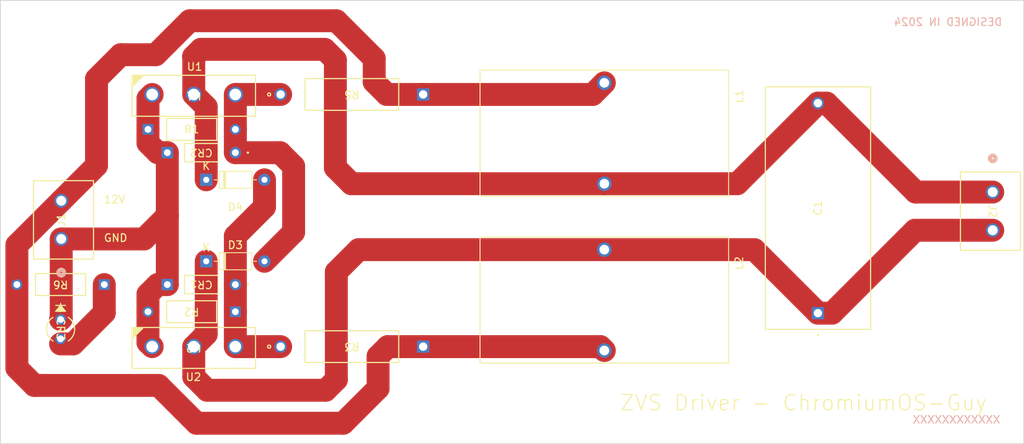
<source format=kicad_pcb>
(kicad_pcb (version 20221018) (generator pcbnew)
  (title_block (title "ZVS-PCB") (comment 1 "A ZVS Driver - PCB"))
  (layers (0 "F.Cu" signal) (31 "B.Cu" signal) (34 "B.Paste" user) (35 "F.Paste" user) (36 "B.SilkS" user "B.Silkscreen") (37 "F.SilkS" user "F.Silkscreen") (38 "B.Mask" user) (39 "F.Mask" user) (44 "Edge.Cuts" user))
  (net 0 "")
  (net 1 "Net-(D3-K)")
  (net 2 "Net-(D4-K)")
  (net 3 "Net-(D4-A)")
  (net 4 "GND")
  (net 5 "Net-(D3-A)")
  (net 6 "Net-(CR3-Pad2)")
  (net 7 "+12V")
  (footprint "IRFP260NPBF-foorprint:PG-TO247-3-46_INF" (layer "F.Cu") (at 119.38 101.6 180)
    (fp_text reference "U2" (at 5.439999 -0.1725 180 unlocked) (layer "F.SilkS"))
    (fp_text value "IRFP260NPBF")
    (fp_line (start -2.637201 -2.8522) (end 13.517199 -2.8522) (stroke (width 0.1524)) (layer "F.SilkS"))
    (fp_line (start -2.637201 2.5072) (end -2.637201 -2.8522) (stroke (width 0.1524)) (layer "F.SilkS"))
    (fp_line (start 13.517199 -2.8522) (end 13.517199 2.5072) (stroke (width 0.1524)) (layer "F.SilkS"))
    (fp_line (start 13.517199 2.5072) (end -2.637201 2.5072) (stroke (width 0.1524)) (layer "F.SilkS"))
    (fp_circle (center -4.415201 0) (end -4.212001 0) (stroke (width 0.1524)) (fill none) (layer "F.SilkS"))
    (pad "1" thru_hole circle (at 0 0 180) (size 2.032 2.032) (drill 1.524) (layers "*.Cu" "*.Mask") (net 3 "Net-(D4-A)"))
    (pad "2" thru_hole circle (at 5.439999 0 180) (size 2.032 2.032) (drill 1.524) (layers "*.Cu" "*.Mask") (net 1 "Net-(D3-K)"))
    (pad "3" thru_hole circle (at 10.879999 0 180) (size 2.032 2.032) (drill 1.524) (layers "*.Cu" "*.Mask") (net 4 "GND"))
  )
  (footprint "PR02000204700JR500:PR02_VIS" (layer "F.Cu") (at 143.939999 101.6 180)
    (fp_text reference "R3" (at 9.319999 0 180 unlocked) (layer "F.SilkS"))
    (fp_text value "PR02000204700JR500")
    (fp_line (start 3.193001 -2.077) (end 3.193001 2.077) (stroke (width 0.1524)) (layer "F.SilkS"))
    (fp_line (start 3.193001 2.077) (end 15.446997 2.077) (stroke (width 0.1524)) (layer "F.SilkS"))
    (fp_line (start 15.446997 -2.077) (end 3.193001 -2.077) (stroke (width 0.1524)) (layer "F.SilkS"))
    (fp_line (start 15.446997 2.077) (end 15.446997 -2.077) (stroke (width 0.1524)) (layer "F.SilkS"))
    (pad "1" thru_hole rect (at -0.000001 0 180) (size 1.592 1.592) (drill 1.0922) (layers "*.Cu" "*.Mask") (net 7 "+12V"))
    (pad "2" thru_hole circle (at 18.639999 0 180) (size 1.592 1.592) (drill 1.0922) (layers "*.Cu" "*.Mask") (net 3 "Net-(D4-A)"))
  )
  (footprint "HLMP-3601:HMLP_1&slash_3_AVA" (layer "F.Cu") (at 96.52 98.044 -90)
    (fp_text reference "CR3" (at 1.27 0 -90 unlocked) (layer "F.SilkS"))
    (fp_text value "HLMP-3601")
    (fp_line (start -1.8415 -0.635) (end -1.8415 0.635) (stroke (width 0.1524)) (layer "F.SilkS"))
    (fp_line (start -1.8415 0) (end -1.0795 -0.635) (stroke (width 0.1524)) (layer "F.SilkS"))
    (fp_line (start -1.8415 0) (end -1.0795 -0.508) (stroke (width 0.1524)) (layer "F.SilkS"))
    (fp_line (start -1.8415 0) (end -1.0795 -0.381) (stroke (width 0.1524)) (layer "F.SilkS"))
    (fp_line (start -1.8415 0) (end -1.0795 -0.254) (stroke (width 0.1524)) (layer "F.SilkS"))
    (fp_line (start -1.8415 0) (end -1.0795 -0.127) (stroke (width 0.1524)) (layer "F.SilkS"))
    (fp_line (start -1.8415 0) (end -1.0795 0.127) (stroke (width 0.1524)) (layer "F.SilkS"))
    (fp_line (start -1.8415 0) (end -1.0795 0.254) (stroke (width 0.1524)) (layer "F.SilkS"))
    (fp_line (start -1.8415 0) (end -1.0795 0.381) (stroke (width 0.1524)) (layer "F.SilkS"))
    (fp_line (start -1.8415 0) (end -1.0795 0.508) (stroke (width 0.1524)) (layer "F.SilkS"))
    (fp_line (start -1.8415 0) (end -1.0795 0.635) (stroke (width 0.1524)) (layer "F.SilkS"))
    (fp_line (start -1.0795 -0.635) (end -1.0795 0.635) (stroke (width 0.1524)) (layer "F.SilkS"))
    (fp_line (start -1.03124 0) (end -2.0955 0) (stroke (width 0.1524)) (layer "F.SilkS"))
    (fp_arc (start -0.281403 -0.992104) (mid 1.270001 -1.8415) (end 2.821404 -0.992103) (stroke (width 0.1524)) (layer "F.SilkS"))
    (fp_arc (start 2.821404 0.992103) (mid 1.27 1.8415) (end -0.281404 0.992103) (stroke (width 0.1524)) (layer "F.SilkS"))
    (pad "1" thru_hole circle (at 0 0 270) (size 1.397 1.397) (drill 0.889) (layers "*.Cu" "*.Mask") (net 4 "GND"))
    (pad "2" thru_hole circle (at 2.54 0 270) (size 1.397 1.397) (drill 0.889) (layers "*.Cu" "*.Mask") (net 6 "Net-(CR3-Pad2)"))
  )
  (footprint "CF14JT1K00:STA_CF14_STP" (layer "F.Cu") (at 102.235 93.472 180)
    (fp_text reference "R6" (at 5.715 0 180 unlocked) (layer "F.SilkS"))
    (fp_text value "CF14JT1K00")
    (fp_line (start 2.4384 -1.4351) (end 2.4384 1.4351) (stroke (width 0.1524)) (layer "F.SilkS"))
    (fp_line (start 2.4384 1.4351) (end 8.9916 1.4351) (stroke (width 0.1524)) (layer "F.SilkS"))
    (fp_line (start 8.9916 -1.4351) (end 2.4384 -1.4351) (stroke (width 0.1524)) (layer "F.SilkS"))
    (fp_line (start 8.9916 1.4351) (end 8.9916 -1.4351) (stroke (width 0.1524)) (layer "F.SilkS"))
    (pad "1" thru_hole rect (at 0 0 180) (size 1.397 1.397) (drill 0.889) (layers "*.Cu" "*.Mask") (net 6 "Net-(CR3-Pad2)"))
    (pad "2" thru_hole circle (at 11.43 0 180) (size 1.397 1.397) (drill 0.889) (layers "*.Cu" "*.Mask") (net 7 "+12V"))
  )
  (footprint "HCTI-100-7.0:IND_HCTI-68-7.7" (layer "F.Cu") (at 167.64 73.66 -90)
    (fp_text reference "L1" (at -4.825 -17.635 90) (layer "F.SilkS"))
    (fp_text value "HCTI-100-7.0")
    (fp_line (start -8.255 -16.256) (end 8.255 -16.256) (stroke (width 0.127)) (layer "F.SilkS"))
    (fp_line (start -8.255 16.256) (end -8.255 -16.256) (stroke (width 0.127)) (layer "F.SilkS"))
    (fp_line (start 8.255 -16.256) (end 8.255 16.256) (stroke (width 0.127)) (layer "F.SilkS"))
    (fp_line (start 8.255 16.256) (end -8.255 16.256) (stroke (width 0.127)) (layer "F.SilkS"))
    (pad "1" thru_hole circle (at -6.604 0 270) (size 1.905 1.905) (drill 1.27) (layers "*.Cu" "*.Mask") (net 7 "+12V"))
    (pad "2" thru_hole circle (at 6.604 0 270) (size 1.905 1.905) (drill 1.27) (layers "*.Cu" "*.Mask") (net 2 "Net-(D4-K)"))
  )
  (footprint "Diode_THT:D_DO-35_SOD27_P7.62mm_Horizontal" (layer "F.Cu") (at 115.57 79.756)
    (fp_text reference "D4" (at 3.81 3.556) (layer "F.SilkS"))
    (fp_text value "1N4148")
    (fp_text user "K" (at 0 -1.8) (layer "F.SilkS"))
    (fp_line (start 1.04 0) (end 1.69 0) (stroke (width 0.12)) (layer "F.SilkS"))
    (fp_line (start 1.69 -1.12) (end 1.69 1.12) (stroke (width 0.12)) (layer "F.SilkS"))
    (fp_line (start 1.69 1.12) (end 5.93 1.12) (stroke (width 0.12)) (layer "F.SilkS"))
    (fp_line (start 2.29 -1.12) (end 2.29 1.12) (stroke (width 0.12)) (layer "F.SilkS"))
    (fp_line (start 2.41 -1.12) (end 2.41 1.12) (stroke (width 0.12)) (layer "F.SilkS"))
    (fp_line (start 2.53 -1.12) (end 2.53 1.12) (stroke (width 0.12)) (layer "F.SilkS"))
    (fp_line (start 5.93 -1.12) (end 1.69 -1.12) (stroke (width 0.12)) (layer "F.SilkS"))
    (fp_line (start 5.93 1.12) (end 5.93 -1.12) (stroke (width 0.12)) (layer "F.SilkS"))
    (fp_line (start 6.58 0) (end 5.93 0) (stroke (width 0.12)) (layer "F.SilkS"))
    (pad "1" thru_hole rect (at 0 0) (size 1.6 1.6) (drill 0.8) (layers "*.Cu" "*.Mask") (net 2 "Net-(D4-K)"))
    (pad "2" thru_hole oval (at 7.62 0) (size 1.6 1.6) (drill 0.8) (layers "*.Cu" "*.Mask") (net 3 "Net-(D4-A)"))
  )
  (footprint "IRFP260NPBF-foorprint:PG-TO247-3-46_INF" (layer "F.Cu") (at 119.38 68.58 180)
    (fp_text reference "U1" (at 5.439999 -0.1725 180 unlocked) (layer "F.SilkS"))
    (fp_text value "IRFP260NPBF")
    (fp_line (start -2.637201 -2.8522) (end 13.517199 -2.8522) (stroke (width 0.1524)) (layer "F.SilkS"))
    (fp_line (start -2.637201 2.5072) (end -2.637201 -2.8522) (stroke (width 0.1524)) (layer "F.SilkS"))
    (fp_line (start 13.517199 -2.8522) (end 13.517199 2.5072) (stroke (width 0.1524)) (layer "F.SilkS"))
    (fp_line (start 13.517199 2.5072) (end -2.637201 2.5072) (stroke (width 0.1524)) (layer "F.SilkS"))
    (fp_circle (center -4.415201 0) (end -4.212001 0) (stroke (width 0.1524)) (fill none) (layer "F.SilkS"))
    (pad "1" thru_hole circle (at 0 0 180) (size 2.032 2.032) (drill 1.524) (layers "*.Cu" "*.Mask") (net 5 "Net-(D3-A)"))
    (pad "2" thru_hole circle (at 5.439999 0 180) (size 2.032 2.032) (drill 1.524) (layers "*.Cu" "*.Mask") (net 2 "Net-(D4-K)"))
    (pad "3" thru_hole circle (at 10.879999 0 180) (size 2.032 2.032) (drill 1.524) (layers "*.Cu" "*.Mask") (net 4 "GND"))
  )
  (footprint "HCTI-100-7.0:IND_HCTI-68-7.7" (layer "F.Cu") (at 167.64 95.504 -90)
    (fp_text reference "L2" (at -4.825 -17.635 90) (layer "F.SilkS"))
    (fp_text value "HCTI-100-7.0")
    (fp_line (start -8.255 -16.256) (end 8.255 -16.256) (stroke (width 0.127)) (layer "F.SilkS"))
    (fp_line (start -8.255 16.256) (end -8.255 -16.256) (stroke (width 0.127)) (layer "F.SilkS"))
    (fp_line (start 8.255 -16.256) (end 8.255 16.256) (stroke (width 0.127)) (layer "F.SilkS"))
    (fp_line (start 8.255 16.256) (end -8.255 16.256) (stroke (width 0.127)) (layer "F.SilkS"))
    (pad "1" thru_hole circle (at -6.604 0 270) (size 1.905 1.905) (drill 1.27) (layers "*.Cu" "*.Mask") (net 1 "Net-(D3-K)"))
    (pad "2" thru_hole circle (at 6.604 0 270) (size 1.905 1.905) (drill 1.27) (layers "*.Cu" "*.Mask") (net 7 "+12V"))
  )
  (footprint "691137710002:CONN2_710002_WRE" (layer "F.Cu") (at 96.603701 87.5011 90)
    (fp_text reference "J1" (at 2.5 0 90 unlocked) (layer "F.SilkS"))
    (fp_text value "691137710002")
    (fp_circle (center -4.4088 0) (end -4.0278 0) (stroke (width 0.508)) (fill none) (layer "B.SilkS"))
    (fp_line (start -2.6308 -3.627001) (end -2.6308 4.221599) (stroke (width 0.1524)) (layer "F.SilkS"))
    (fp_line (start -2.6308 4.221599) (end 7.6308 4.221599) (stroke (width 0.1524)) (layer "F.SilkS"))
    (fp_line (start 7.6308 -3.627001) (end -2.6308 -3.627001) (stroke (width 0.1524)) (layer "F.SilkS"))
    (fp_line (start 7.6308 4.221599) (end 7.6308 -3.627001) (stroke (width 0.1524)) (layer "F.SilkS"))
    (fp_circle (center -4.4088 0) (end -4.0278 0) (stroke (width 0.508)) (fill none) (layer "F.SilkS"))
    (pad "1" thru_hole circle (at 0 0 90) (size 1.8034 1.8034) (drill 1.2954) (layers "*.Cu" "*.Mask") (net 4 "GND"))
    (pad "2" thru_hole circle (at 5 0 90) (size 1.8034 1.8034) (drill 1.2954) (layers "*.Cu" "*.Mask") (net 7 "+12V"))
  )
  (footprint "CF14JT1K00:STA_CF14_STP" (layer "F.Cu") (at 107.95 73.152)
    (fp_text reference "R1" (at 5.715 0 unlocked) (layer "F.SilkS"))
    (fp_text value "CF14JT10K0")
    (fp_line (start 2.4384 -1.4351) (end 2.4384 1.4351) (stroke (width 0.1524)) (layer "F.SilkS"))
    (fp_line (start 2.4384 1.4351) (end 8.9916 1.4351) (stroke (width 0.1524)) (layer "F.SilkS"))
    (fp_line (start 8.9916 -1.4351) (end 2.4384 -1.4351) (stroke (width 0.1524)) (layer "F.SilkS"))
    (fp_line (start 8.9916 1.4351) (end 8.9916 -1.4351) (stroke (width 0.1524)) (layer "F.SilkS"))
    (pad "1" thru_hole rect (at 0 0) (size 1.397 1.397) (drill 0.889) (layers "*.Cu" "*.Mask") (net 4 "GND"))
    (pad "2" thru_hole circle (at 11.43 0) (size 1.397 1.397) (drill 0.889) (layers "*.Cu" "*.Mask") (net 5 "Net-(D3-A)"))
  )
  (footprint "1N5246B:AFL-W2C8.9D" (layer "F.Cu") (at 110.47984 76.2 180)
    (fp_text reference "CR2" (at -4.45008 0 180 unlocked) (layer "F.SilkS"))
    (fp_text value "1N5246B")
    (fp_line (start -6.652795 -1.201955) (end -6.652795 1.201955) (stroke (width 0.1524)) (layer "F.SilkS"))
    (fp_line (start -6.652795 1.201955) (end -2.247365 1.201955) (stroke (width 0.1524)) (layer "F.SilkS"))
    (fp_line (start -2.247365 -1.201955) (end -6.652795 -1.201955) (stroke (width 0.1524)) (layer "F.SilkS"))
    (fp_line (start -2.247365 1.201955) (end -2.247365 -1.201955) (stroke (width 0.1524)) (layer "F.SilkS"))
    (fp_circle (center -10.53846 0) (end -10.46226 0) (stroke (width 0.1524)) (fill none) (layer "F.SilkS"))
    (pad "1" thru_hole circle (at -8.90016 0 180) (size 1.4986 1.4986) (drill 0.889) (layers "*.Cu" "*.Mask") (net 5 "Net-(D3-A)"))
    (pad "2" thru_hole rect (at 0 0 180) (size 1.4986 1.4986) (drill 0.889) (layers "*.Cu" "*.Mask") (net 4 "GND"))
  )
  (footprint "B32654A6105K000:CAP_B32654A-27.5-13.5x23x31.5_TDK" (layer "F.Cu") (at 195.58 97.214398 90)
    (fp_text reference "C1" (at 13.749998 0 90 unlocked) (layer "F.SilkS"))
    (fp_text value "B32654A6105K000")
    (fp_line (start -2.125002 -6.8834) (end -2.125002 6.8834) (stroke (width 0.1524)) (layer "F.SilkS"))
    (fp_line (start 29.624998 -6.8834) (end -2.125002 -6.8834) (stroke (width 0.1524)) (layer "F.SilkS"))
    (fp_line (start 29.624998 -6.8834) (end 29.624998 6.8834) (stroke (width 0.1524)) (layer "F.SilkS"))
    (fp_line (start 29.624998 6.8834) (end -2.125002 6.8834) (stroke (width 0.1524)) (layer "F.SilkS"))
    (fp_circle (center -2.887002 0) (end -2.810802 0) (stroke (width 0.1524)) (fill none) (layer "F.SilkS"))
    (pad "1" thru_hole rect (at 0 0 90) (size 1.6002 1.6002) (drill 1.0922) (layers "*.Cu" "*.Mask") (net 1 "Net-(D3-K)"))
    (pad "2" thru_hole circle (at 27.499996 0 90) (size 1.6002 1.6002) (drill 1.0922) (layers "*.Cu" "*.Mask") (net 2 "Net-(D4-K)"))
  )
  (footprint "1N5246B:AFL-W2C8.9D" (layer "F.Cu") (at 110.47984 93.472 180)
    (fp_text reference "CR1" (at -4.45008 0 180 unlocked) (layer "F.SilkS"))
    (fp_text value "1N5246B")
    (fp_line (start -6.652795 -1.201955) (end -6.652795 1.201955) (stroke (width 0.1524)) (layer "F.SilkS"))
    (fp_line (start -6.652795 1.201955) (end -2.247365 1.201955) (stroke (width 0.1524)) (layer "F.SilkS"))
    (fp_line (start -2.247365 -1.201955) (end -6.652795 -1.201955) (stroke (width 0.1524)) (layer "F.SilkS"))
    (fp_line (start -2.247365 1.201955) (end -2.247365 -1.201955) (stroke (width 0.1524)) (layer "F.SilkS"))
    (fp_circle (center -10.53846 0) (end -10.46226 0) (stroke (width 0.1524)) (fill none) (layer "F.SilkS"))
    (pad "1" thru_hole circle (at -8.90016 0 180) (size 1.4986 1.4986) (drill 0.889) (layers "*.Cu" "*.Mask") (net 3 "Net-(D4-A)"))
    (pad "2" thru_hole rect (at 0 0 180) (size 1.4986 1.4986) (drill 0.889) (layers "*.Cu" "*.Mask") (net 4 "GND"))
  )
  (footprint "691137710002:CONN2_710002_WRE" (layer "F.Cu") (at 218.44 81.36 -90)
    (fp_text reference "J2" (at 2.5 0 -90 unlocked) (layer "F.SilkS"))
    (fp_text value "691137710002")
    (fp_circle (center -4.4088 0) (end -4.0278 0) (stroke (width 0.508)) (fill none) (layer "B.SilkS"))
    (fp_line (start -2.6308 -3.627001) (end -2.6308 4.221599) (stroke (width 0.1524)) (layer "F.SilkS"))
    (fp_line (start -2.6308 4.221599) (end 7.6308 4.221599) (stroke (width 0.1524)) (layer "F.SilkS"))
    (fp_line (start 7.6308 -3.627001) (end -2.6308 -3.627001) (stroke (width 0.1524)) (layer "F.SilkS"))
    (fp_line (start 7.6308 4.221599) (end 7.6308 -3.627001) (stroke (width 0.1524)) (layer "F.SilkS"))
    (fp_circle (center -4.4088 0) (end -4.0278 0) (stroke (width 0.508)) (fill none) (layer "F.SilkS"))
    (pad "1" thru_hole circle (at 0 0 270) (size 1.8034 1.8034) (drill 1.2954) (layers "*.Cu" "*.Mask") (net 2 "Net-(D4-K)"))
    (pad "2" thru_hole circle (at 5 0 270) (size 1.8034 1.8034) (drill 1.2954) (layers "*.Cu" "*.Mask") (net 1 "Net-(D3-K)"))
  )
  (footprint "CF14JT1K00:STA_CF14_STP" (layer "F.Cu") (at 119.38 97.028 180)
    (fp_text reference "R2" (at 5.715 0 180 unlocked) (layer "F.SilkS"))
    (fp_text value "CF14JT10K0")
    (fp_line (start 2.4384 -1.4351) (end 2.4384 1.4351) (stroke (width 0.1524)) (layer "F.SilkS"))
    (fp_line (start 2.4384 1.4351) (end 8.9916 1.4351) (stroke (width 0.1524)) (layer "F.SilkS"))
    (fp_line (start 8.9916 -1.4351) (end 2.4384 -1.4351) (stroke (width 0.1524)) (layer "F.SilkS"))
    (fp_line (start 8.9916 1.4351) (end 8.9916 -1.4351) (stroke (width 0.1524)) (layer "F.SilkS"))
    (pad "1" thru_hole rect (at 0 0 180) (size 1.397 1.397) (drill 0.889) (layers "*.Cu" "*.Mask") (net 3 "Net-(D4-A)"))
    (pad "2" thru_hole circle (at 11.43 0 180) (size 1.397 1.397) (drill 0.889) (layers "*.Cu" "*.Mask") (net 4 "GND"))
  )
  (footprint "Diode_THT:D_DO-35_SOD27_P7.62mm_Horizontal" (layer "F.Cu") (at 115.57 90.424)
    (fp_text reference "D3" (at 3.81 -2.12) (layer "F.SilkS"))
    (fp_text value "1N4148")
    (fp_text user "K" (at 0 -1.8) (layer "F.SilkS"))
    (fp_line (start 1.04 0) (end 1.69 0) (stroke (width 0.12)) (layer "F.SilkS"))
    (fp_line (start 1.69 -1.12) (end 1.69 1.12) (stroke (width 0.12)) (layer "F.SilkS"))
    (fp_line (start 1.69 1.12) (end 5.93 1.12) (stroke (width 0.12)) (layer "F.SilkS"))
    (fp_line (start 2.29 -1.12) (end 2.29 1.12) (stroke (width 0.12)) (layer "F.SilkS"))
    (fp_line (start 2.41 -1.12) (end 2.41 1.12) (stroke (width 0.12)) (layer "F.SilkS"))
    (fp_line (start 2.53 -1.12) (end 2.53 1.12) (stroke (width 0.12)) (layer "F.SilkS"))
    (fp_line (start 5.93 -1.12) (end 1.69 -1.12) (stroke (width 0.12)) (layer "F.SilkS"))
    (fp_line (start 5.93 1.12) (end 5.93 -1.12) (stroke (width 0.12)) (layer "F.SilkS"))
    (fp_line (start 6.58 0) (end 5.93 0) (stroke (width 0.12)) (layer "F.SilkS"))
    (pad "1" thru_hole rect (at 0 0) (size 1.6 1.6) (drill 0.8) (layers "*.Cu" "*.Mask") (net 1 "Net-(D3-K)"))
    (pad "2" thru_hole oval (at 7.62 0) (size 1.6 1.6) (drill 0.8) (layers "*.Cu" "*.Mask") (net 5 "Net-(D3-A)"))
  )
  (footprint "PR02000204700JR500:PR02_VIS" (layer "F.Cu") (at 143.939999 68.58 180)
    (fp_text reference "R5" (at 9.319999 0 180 unlocked) (layer "F.SilkS"))
    (fp_text value "PR02000204700JR500")
    (fp_line (start 3.193001 -2.077) (end 3.193001 2.077) (stroke (width 0.1524)) (layer "F.SilkS"))
    (fp_line (start 3.193001 2.077) (end 15.446997 2.077) (stroke (width 0.1524)) (layer "F.SilkS"))
    (fp_line (start 15.446997 -2.077) (end 3.193001 -2.077) (stroke (width 0.1524)) (layer "F.SilkS"))
    (fp_line (start 15.446997 2.077) (end 15.446997 -2.077) (stroke (width 0.1524)) (layer "F.SilkS"))
    (pad "1" thru_hole rect (at -0.000001 0 180) (size 1.592 1.592) (drill 1.0922) (layers "*.Cu" "*.Mask") (net 7 "+12V"))
    (pad "2" thru_hole circle (at 18.639999 0 180) (size 1.592 1.592) (drill 1.0922) (layers "*.Cu" "*.Mask") (net 5 "Net-(D3-A)"))
  )
  (gr_poly (pts (xy 105.97 100.49) (xy 107.26 99.21) (xy 105.97 99.21) (xy 105.97 100.48)) (stroke (width 0.15)) (fill solid) (layer "F.SilkS"))
  (gr_poly (pts (xy 105.982136 67.470981) (xy 107.272136 66.190981) (xy 105.982136 66.190981) (xy 105.982136 67.460981)) (stroke (width 0.15)) (fill solid) (layer "F.SilkS"))
  (gr_rect (start 88.646 56.261) (end 222.504 114.3) (stroke (width 0.1)) (fill none) (layer "Edge.Cuts"))
  (gr_text "XXXXXXXXXXXX" (at 219.51 111.74) (layer "B.SilkS") (effects (font (size 1 1)) (justify left bottom mirror)))
  (gr_text "DESIGNED IN 2024" (at 219.75 59.68) (layer "B.SilkS") (effects (font (size 1 1)) (justify left bottom mirror)))
  (gr_text "U2" (at 112.8 106.17) (layer "F.SilkS") (effects (font (size 1 1)) (justify left bottom)))
  (gr_text "ZVS Driver - ChromiumOS-Guy" (at 169.59 110.12) (layer "F.SilkS") (effects (font (size 2 2)) (justify left bottom)))
  (gr_text "GND" (at 102.1 87.95) (layer "F.SilkS") (effects (font (size 1 1)) (justify left bottom)))
  (gr_text "U1" (at 112.95 65.54) (layer "F.SilkS") (effects (font (size 1 1)) (justify left bottom)))
  (gr_text "12V" (at 102.1 82.91) (layer "F.SilkS") (effects (font (size 1 1)) (justify left bottom)))
  (segment (start 197.425602 97.214398) (end 208.28 86.36) (width 3) (layer "F.Cu") (net 1))
  (segment (start 208.28 86.36) (end 218.44 86.36) (width 3) (layer "F.Cu") (net 1))
  (segment (start 167.64 88.9) (end 187.265602 88.9) (width 3) (layer "F.Cu") (net 1))
  (segment (start 131.191 107.315) (end 132.588 105.918) (width 3) (layer "F.Cu") (net 1))
  (segment (start 195.58 97.214398) (end 197.425602 97.214398) (width 3) (layer "F.Cu") (net 1))
  (segment (start 115.57 99.970001) (end 113.940001 101.6) (width 3) (layer "F.Cu") (net 1))
  (segment (start 115.697 107.315) (end 131.191 107.315) (width 3) (layer "F.Cu") (net 1))
  (segment (start 187.265602 88.9) (end 195.58 97.214398) (width 3) (layer "F.Cu") (net 1))
  (segment (start 135.509 88.9) (end 167.64 88.9) (width 3) (layer "F.Cu") (net 1))
  (segment (start 132.588 91.821) (end 135.509 88.9) (width 3) (layer "F.Cu") (net 1))
  (segment (start 132.588 105.918) (end 132.588 91.821) (width 3) (layer "F.Cu") (net 1))
  (segment (start 115.57 90.424) (end 115.57 99.970001) (width 3) (layer "F.Cu") (net 1))
  (segment (start 113.940001 105.558001) (end 115.697 107.315) (width 3) (layer "F.Cu") (net 1))
  (segment (start 113.940001 101.6) (end 113.940001 105.558001) (width 3) (layer "F.Cu") (net 1))
  (segment (start 167.64 80.264) (end 134.5565 80.264) (width 3) (layer "F.Cu") (net 2))
  (segment (start 115.57 70.209999) (end 113.940001 68.58) (width 3) (layer "F.Cu") (net 2))
  (segment (start 114.8715 62.6745) (end 131.064 62.6745) (width 3) (layer "F.Cu") (net 2))
  (segment (start 185.030402 80.264) (end 195.58 69.714402) (width 3) (layer "F.Cu") (net 2))
  (segment (start 115.57 79.756) (end 115.57 70.209999) (width 3) (layer "F.Cu") (net 2))
  (segment (start 113.940001 63.648001) (end 113.940001 68.58) (width 3) (layer "F.Cu") (net 2))
  (segment (start 167.64 80.264) (end 185.030402 80.264) (width 3) (layer "F.Cu") (net 2))
  (segment (start 208.36 81.36) (end 218.44 81.36) (width 3) (layer "F.Cu") (net 2))
  (segment (start 196.714402 69.714402) (end 208.36 81.36) (width 3) (layer "F.Cu") (net 2))
  (segment (start 132.461 78.1685) (end 132.461 64.0715) (width 3) (layer "F.Cu") (net 2))
  (segment (start 132.461 64.0715) (end 131.064 62.6745) (width 3) (layer "F.Cu") (net 2))
  (segment (start 195.58 69.714402) (end 196.714402 69.714402) (width 3) (layer "F.Cu") (net 2))
  (segment (start 134.5565 80.264) (end 132.461 78.1685) (width 3) (layer "F.Cu") (net 2))
  (segment (start 113.919 63.627) (end 113.940001 63.648001) (width 3) (layer "F.Cu") (net 2))
  (segment (start 114.8715 62.6745) (end 113.919 63.627) (width 3) (layer "F.Cu") (net 2))
  (segment (start 123.19 79.756) (end 123.19 83.312) (width 3) (layer "F.Cu") (net 3))
  (segment (start 119.38 87.122) (end 119.38 93.472) (width 3) (layer "F.Cu") (net 3))
  (segment (start 119.38 101.6) (end 125.3 101.6) (width 3) (layer "F.Cu") (net 3))
  (segment (start 119.38 101.6) (end 119.38 97.028) (width 3) (layer "F.Cu") (net 3))
  (segment (start 123.19 83.312) (end 119.38 87.122) (width 3) (layer "F.Cu") (net 3))
  (segment (start 119.38 97.028) (end 119.38 93.472) (width 3) (layer "F.Cu") (net 3))
  (segment (start 96.603701 87.5011) (end 107.43374 87.5011) (width 3) (layer "F.Cu") (net 4))
  (segment (start 107.43374 87.5011) (end 110.47984 84.455) (width 3) (layer "F.Cu") (net 4))
  (segment (start 110.47984 76.2) (end 110.47984 84.455) (width 3) (layer "F.Cu") (net 4))
  (segment (start 107.95 101.049999) (end 108.500001 101.6) (width 3) (layer "F.Cu") (net 4))
  (segment (start 107.95 69.130001) (end 108.500001 68.58) (width 3) (layer "F.Cu") (net 4))
  (segment (start 107.95 73.152) (end 107.95 69.130001) (width 3) (layer "F.Cu") (net 4))
  (segment (start 110.47984 93.472) (end 109.22 93.472) (width 3) (layer "F.Cu") (net 4))
  (segment (start 109.22 76.2) (end 107.95 74.93) (width 3) (layer "F.Cu") (net 4))
  (segment (start 109.22 93.472) (end 107.95 94.742) (width 3) (layer "F.Cu") (net 4))
  (segment (start 96.603701 97.960299) (end 96.52 98.044) (width 3) (layer "F.Cu") (net 4))
  (segment (start 110.47984 84.455) (end 110.47984 93.472) (width 3) (layer "F.Cu") (net 4))
  (segment (start 107.95 97.028) (end 107.95 101.049999) (width 3) (layer "F.Cu") (net 4))
  (segment (start 110.47984 76.2) (end 109.22 76.2) (width 3) (layer "F.Cu") (net 4))
  (segment (start 96.603701 87.5011) (end 96.603701 97.960299) (width 3) (layer "F.Cu") (net 4))
  (segment (start 107.95 94.742) (end 107.95 97.028) (width 3) (layer "F.Cu") (net 4))
  (segment (start 107.95 74.93) (end 107.95 73.152) (width 3) (layer "F.Cu") (net 4))
  (segment (start 127 86.614) (end 123.19 90.424) (width 3) (layer "F.Cu") (net 5))
  (segment (start 119.38 68.58) (end 119.38 73.152) (width 3) (layer "F.Cu") (net 5))
  (segment (start 125.222 76.2) (end 127 77.978) (width 3) (layer "F.Cu") (net 5))
  (segment (start 119.38 73.152) (end 119.38 76.2) (width 3) (layer "F.Cu") (net 5))
  (segment (start 127 77.978) (end 127 86.614) (width 3) (layer "F.Cu") (net 5))
  (segment (start 119.38 76.2) (end 125.222 76.2) (width 3) (layer "F.Cu") (net 5))
  (segment (start 119.38 68.58) (end 125.3 68.58) (width 3) (layer "F.Cu") (net 5))
  (segment (start 98.1615 101.244) (end 96.52 101.244) (width 3) (layer "F.Cu") (net 6))
  (segment (start 102.235 93.472) (end 102.235 97.1705) (width 3) (layer "F.Cu") (net 6))
  (segment (start 102.235 97.1705) (end 98.1615 101.244) (width 3) (layer "F.Cu") (net 6))
  (segment (start 114.3 111.633) (end 109.347 106.68) (width 3) (layer "F.Cu") (net 7))
  (segment (start 90.805 88.299801) (end 96.603701 82.5011) (width 3) (layer "F.Cu") (net 7))
  (segment (start 138.049 107.061) (end 133.477 111.633) (width 3) (layer "F.Cu") (net 7))
  (segment (start 137.541 63.881) (end 137.541 66.929) (width 3) (layer "F.Cu") (net 7))
  (segment (start 109.347 106.68) (end 93.091 106.68) (width 3) (layer "F.Cu") (net 7))
  (segment (start 93.091 106.68) (end 90.805 104.394) (width 3) (layer "F.Cu") (net 7))
  (segment (start 90.805 104.394) (end 90.805 93.472) (width 3) (layer "F.Cu") (net 7))
  (segment (start 113.411 58.928) (end 108.966 63.373) (width 3) (layer "F.Cu") (net 7))
  (segment (start 143.94 101.6) (end 139.319 101.6) (width 3) (layer "F.Cu") (net 7))
  (segment (start 108.966 63.373) (end 104.394 63.373) (width 3) (layer "F.Cu") (net 7))
  (segment (start 137.541 66.929) (end 139.192 68.58) (width 3) (layer "F.Cu") (net 7))
  (segment (start 104.394 63.373) (end 101.219 66.548) (width 3) (layer "F.Cu") (net 7))
  (segment (start 143.94 68.58) (end 166.116 68.58) (width 3) (layer "F.Cu") (net 7))
  (segment (start 138.049 102.87) (end 138.049 107.061) (width 3) (layer "F.Cu") (net 7))
  (segment (start 139.319 101.6) (end 138.049 102.87) (width 3) (layer "F.Cu") (net 7))
  (segment (start 101.219 66.548) (end 101.219 77.885801) (width 3) (layer "F.Cu") (net 7))
  (segment (start 90.805 93.472) (end 90.805 88.299801) (width 3) (layer "F.Cu") (net 7))
  (segment (start 132.588 58.928) (end 113.411 58.928) (width 3) (layer "F.Cu") (net 7))
  (segment (start 143.94 101.6) (end 167.132 101.6) (width 3) (layer "F.Cu") (net 7))
  (segment (start 166.116 68.58) (end 167.64 67.056) (width 3) (layer "F.Cu") (net 7))
  (segment (start 167.132 101.6) (end 167.64 102.108) (width 3) (layer "F.Cu") (net 7))
  (segment (start 139.192 68.58) (end 143.94 68.58) (width 3) (layer "F.Cu") (net 7))
  (segment (start 137.541 63.881) (end 132.588 58.928) (width 3) (layer "F.Cu") (net 7))
  (segment (start 101.219 77.885801) (end 96.603701 82.5011) (width 3) (layer "F.Cu") (net 7))
  (segment (start 133.477 111.633) (end 114.3 111.633) (width 3) (layer "F.Cu") (net 7))
)
</source>
